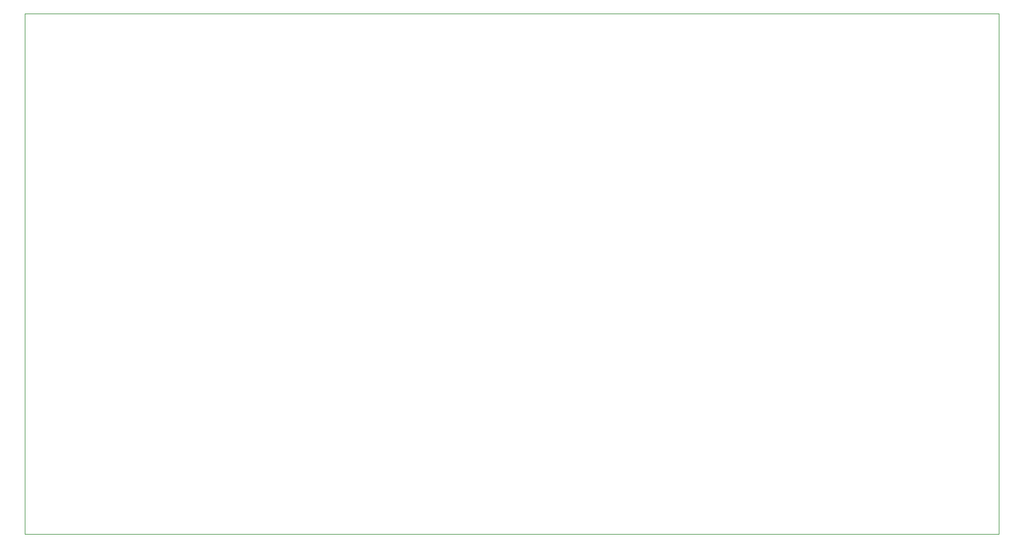
<source format=gbr>
%TF.GenerationSoftware,KiCad,Pcbnew,5.1.7+dfsg1-1~bpo10+1*%
%TF.CreationDate,2020-11-15T21:32:29+00:00*%
%TF.ProjectId,mobo,6d6f626f-2e6b-4696-9361-645f70636258,rev?*%
%TF.SameCoordinates,Original*%
%TF.FileFunction,OtherDrawing,Comment*%
%FSLAX45Y45*%
G04 Gerber Fmt 4.5, Leading zero omitted, Abs format (unit mm)*
G04 Created by KiCad (PCBNEW 5.1.7+dfsg1-1~bpo10+1) date 2020-11-15 21:32:29*
%MOMM*%
%LPD*%
G01*
G04 APERTURE LIST*
%TA.AperFunction,Profile*%
%ADD10C,0.050000*%
%TD*%
G04 APERTURE END LIST*
D10*
X0Y-7467600D02*
X13970000Y-7467600D01*
X13970000Y-7467600D02*
X13970000Y0D01*
X13970000Y0D02*
X0Y0D01*
X0Y0D02*
X0Y-7467600D01*
M02*

</source>
